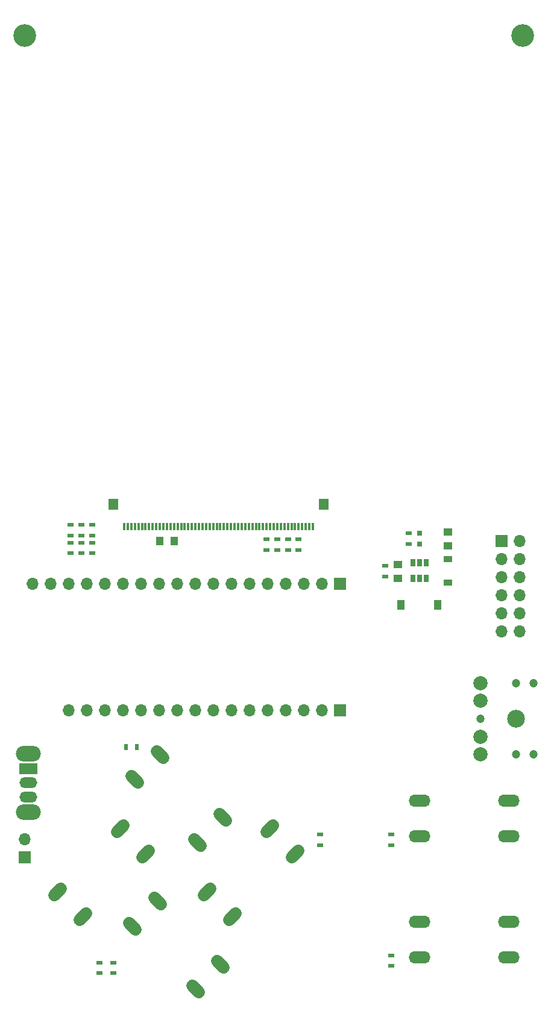
<source format=gts>
G04 #@! TF.FileFunction,Soldermask,Top*
%FSLAX46Y46*%
G04 Gerber Fmt 4.6, Leading zero omitted, Abs format (unit mm)*
G04 Created by KiCad (PCBNEW 4.0.7) date Mon Feb 12 17:44:01 2018*
%MOMM*%
%LPD*%
G01*
G04 APERTURE LIST*
%ADD10C,0.100000*%
%ADD11R,1.400000X1.500000*%
%ADD12R,0.300000X1.000000*%
%ADD13R,1.700000X1.700000*%
%ADD14O,1.700000X1.700000*%
%ADD15R,1.250000X1.000000*%
%ADD16R,0.750000X0.800000*%
%ADD17R,1.000000X1.250000*%
%ADD18R,1.200000X0.900000*%
%ADD19C,2.500000*%
%ADD20C,2.000000*%
%ADD21C,1.200000*%
%ADD22R,1.000000X1.400000*%
%ADD23R,0.900000X0.500000*%
%ADD24R,0.500000X0.900000*%
%ADD25O,3.048000X1.727200*%
%ADD26C,1.727200*%
%ADD27R,2.500000X1.500000*%
%ADD28O,2.500000X1.500000*%
%ADD29O,3.500000X2.200000*%
%ADD30R,0.650000X1.060000*%
%ADD31C,3.200000*%
G04 APERTURE END LIST*
D10*
D11*
X85450000Y-100850000D03*
X115050000Y-100850000D03*
D12*
X87000000Y-104000000D03*
X87500000Y-104000000D03*
X88000000Y-104000000D03*
X88500000Y-104000000D03*
X89000000Y-104000000D03*
X89500000Y-104000000D03*
X90000000Y-104000000D03*
X90500000Y-104000000D03*
X91000000Y-104000000D03*
X91500000Y-104000000D03*
X92000000Y-104000000D03*
X92500000Y-104000000D03*
X93000000Y-104000000D03*
X93500000Y-104000000D03*
X94000000Y-104000000D03*
X94500000Y-104000000D03*
X95000000Y-104000000D03*
X95500000Y-104000000D03*
X96000000Y-104000000D03*
X96500000Y-104000000D03*
X97000000Y-104000000D03*
X97500000Y-104000000D03*
X98000000Y-104000000D03*
X98500000Y-104000000D03*
X99000000Y-104000000D03*
X99500000Y-104000000D03*
X100000000Y-104000000D03*
X100500000Y-104000000D03*
X101000000Y-104000000D03*
X101500000Y-104000000D03*
X102000000Y-104000000D03*
X102500000Y-104000000D03*
X103000000Y-104000000D03*
X103500000Y-104000000D03*
X104000000Y-104000000D03*
X104500000Y-104000000D03*
X105000000Y-104000000D03*
X105500000Y-104000000D03*
X106000000Y-104000000D03*
X106500000Y-104000000D03*
X107000000Y-104000000D03*
X107500000Y-104000000D03*
X108000000Y-104000000D03*
X108500000Y-104000000D03*
X109000000Y-104000000D03*
X109500000Y-104000000D03*
X110000000Y-104000000D03*
X110500000Y-104000000D03*
X111000000Y-104000000D03*
X111500000Y-104000000D03*
X112000000Y-104000000D03*
X112500000Y-104000000D03*
X113000000Y-104000000D03*
X113500000Y-104000000D03*
D13*
X73000000Y-150500000D03*
D14*
X73000000Y-147960000D03*
D15*
X125430000Y-111300000D03*
X125430000Y-109300000D03*
D16*
X128500000Y-104960000D03*
X128500000Y-106460000D03*
D15*
X132500000Y-106710000D03*
X132500000Y-104710000D03*
D17*
X94000000Y-106000000D03*
X92000000Y-106000000D03*
D18*
X132500000Y-108560000D03*
X132500000Y-111860000D03*
D13*
X140000000Y-106000000D03*
D14*
X142540000Y-106000000D03*
X140000000Y-108540000D03*
X142540000Y-108540000D03*
X140000000Y-111080000D03*
X142540000Y-111080000D03*
X140000000Y-113620000D03*
X142540000Y-113620000D03*
X140000000Y-116160000D03*
X142540000Y-116160000D03*
X140000000Y-118700000D03*
X142540000Y-118700000D03*
D19*
X142000000Y-131000000D03*
D20*
X137000000Y-133500000D03*
X137000000Y-136000000D03*
X137000000Y-128500000D03*
X137000000Y-126000000D03*
D21*
X142000000Y-136000000D03*
X144500000Y-136000000D03*
X142000000Y-126000000D03*
X144500000Y-126000000D03*
X137000000Y-131000000D03*
D22*
X131040000Y-115010000D03*
X125840000Y-115010000D03*
D23*
X123650000Y-110990000D03*
X123650000Y-109490000D03*
X127000000Y-106460000D03*
X127000000Y-104960000D03*
X79500000Y-106250000D03*
X79500000Y-107750000D03*
X81000000Y-106250000D03*
X81000000Y-107750000D03*
X111500000Y-105750000D03*
X111500000Y-107250000D03*
X110000000Y-105750000D03*
X110000000Y-107250000D03*
X108500000Y-105750000D03*
X108500000Y-107250000D03*
X107000000Y-105750000D03*
X107000000Y-107250000D03*
X82500000Y-106250000D03*
X82500000Y-107750000D03*
X124500000Y-147250000D03*
X124500000Y-148750000D03*
X124500000Y-164250000D03*
X124500000Y-165750000D03*
X85500000Y-165250000D03*
X85500000Y-166750000D03*
X114500000Y-147250000D03*
X114500000Y-148750000D03*
D24*
X88750000Y-135000000D03*
X87250000Y-135000000D03*
D23*
X83500000Y-165250000D03*
X83500000Y-166750000D03*
D25*
X128500000Y-147500000D03*
X128500000Y-142500000D03*
X141000000Y-147500000D03*
X141000000Y-142500000D03*
X128500000Y-164500000D03*
X128500000Y-159500000D03*
X141000000Y-164500000D03*
X141000000Y-159500000D03*
D26*
X88628138Y-160628138D02*
X87694192Y-159694192D01*
X92163672Y-157092604D02*
X91229726Y-156158658D01*
X97466973Y-169466973D02*
X96533027Y-168533027D01*
X101002507Y-165931439D02*
X100068561Y-164997493D01*
X102628138Y-158371862D02*
X101694192Y-159305808D01*
X99092604Y-154836328D02*
X98158658Y-155770274D01*
X111466973Y-149533027D02*
X110533027Y-150466973D01*
X107931439Y-145997493D02*
X106997493Y-146931439D01*
X100371862Y-144371862D02*
X101305808Y-145305808D01*
X96836328Y-147907396D02*
X97770274Y-148841342D01*
X91533027Y-135533027D02*
X92466973Y-136466973D01*
X87997493Y-139068561D02*
X88931439Y-140002507D01*
X81628138Y-158371862D02*
X80694192Y-159305808D01*
X78092604Y-154836328D02*
X77158658Y-155770274D01*
X90466973Y-149533027D02*
X89533027Y-150466973D01*
X86931439Y-145997493D02*
X85997493Y-146931439D01*
D27*
X73500000Y-138000000D03*
D28*
X73500000Y-140000000D03*
X73500000Y-142000000D03*
D29*
X73500000Y-135900000D03*
X73500000Y-144100000D03*
D30*
X127550000Y-111310000D03*
X128500000Y-111310000D03*
X129450000Y-111310000D03*
X129450000Y-109110000D03*
X127550000Y-109110000D03*
X128500000Y-109110000D03*
D13*
X117320000Y-129780000D03*
D14*
X114780000Y-129780000D03*
X112240000Y-129780000D03*
X109700000Y-129780000D03*
X107160000Y-129780000D03*
X104620000Y-129780000D03*
X102080000Y-129780000D03*
X99540000Y-129780000D03*
X97000000Y-129780000D03*
X94460000Y-129780000D03*
X91920000Y-129780000D03*
X89380000Y-129780000D03*
X86840000Y-129780000D03*
X84300000Y-129780000D03*
X81760000Y-129780000D03*
X79220000Y-129780000D03*
D13*
X117320000Y-112000000D03*
D14*
X114780000Y-112000000D03*
X112240000Y-112000000D03*
X109700000Y-112000000D03*
X107160000Y-112000000D03*
X104620000Y-112000000D03*
X102080000Y-112000000D03*
X99540000Y-112000000D03*
X97000000Y-112000000D03*
X94460000Y-112000000D03*
X91920000Y-112000000D03*
X89380000Y-112000000D03*
X86840000Y-112000000D03*
X84300000Y-112000000D03*
X81760000Y-112000000D03*
X79220000Y-112000000D03*
X76680000Y-112000000D03*
X74140000Y-112000000D03*
D23*
X79500000Y-105250000D03*
X79500000Y-103750000D03*
X81000000Y-105250000D03*
X81000000Y-103750000D03*
X82500000Y-105250000D03*
X82500000Y-103750000D03*
D31*
X73000000Y-35000000D03*
X143000000Y-35000000D03*
M02*

</source>
